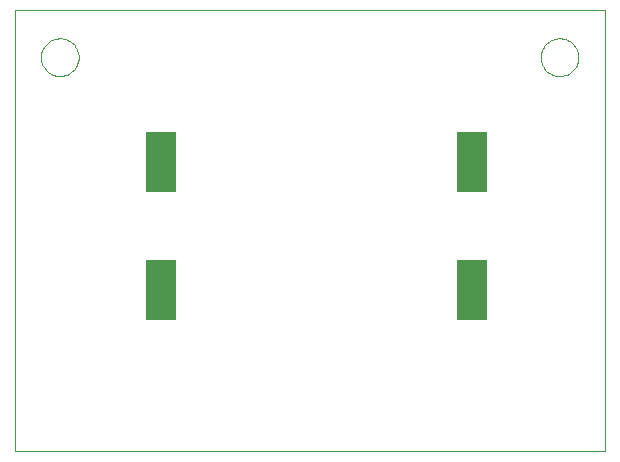
<source format=gbp>
G75*
%MOIN*%
%OFA0B0*%
%FSLAX24Y24*%
%IPPOS*%
%LPD*%
%AMOC8*
5,1,8,0,0,1.08239X$1,22.5*
%
%ADD10C,0.0000*%
%ADD11R,0.1000X0.2000*%
D10*
X000180Y000180D02*
X000180Y014865D01*
X019865Y014865D01*
X019865Y000180D01*
X000180Y000180D01*
X001050Y013305D02*
X001052Y013355D01*
X001058Y013405D01*
X001068Y013454D01*
X001082Y013502D01*
X001099Y013549D01*
X001120Y013594D01*
X001145Y013638D01*
X001173Y013679D01*
X001205Y013718D01*
X001239Y013755D01*
X001276Y013789D01*
X001316Y013819D01*
X001358Y013846D01*
X001402Y013870D01*
X001448Y013891D01*
X001495Y013907D01*
X001543Y013920D01*
X001593Y013929D01*
X001642Y013934D01*
X001693Y013935D01*
X001743Y013932D01*
X001792Y013925D01*
X001841Y013914D01*
X001889Y013899D01*
X001935Y013881D01*
X001980Y013859D01*
X002023Y013833D01*
X002064Y013804D01*
X002103Y013772D01*
X002139Y013737D01*
X002171Y013699D01*
X002201Y013659D01*
X002228Y013616D01*
X002251Y013572D01*
X002270Y013526D01*
X002286Y013478D01*
X002298Y013429D01*
X002306Y013380D01*
X002310Y013330D01*
X002310Y013280D01*
X002306Y013230D01*
X002298Y013181D01*
X002286Y013132D01*
X002270Y013084D01*
X002251Y013038D01*
X002228Y012994D01*
X002201Y012951D01*
X002171Y012911D01*
X002139Y012873D01*
X002103Y012838D01*
X002064Y012806D01*
X002023Y012777D01*
X001980Y012751D01*
X001935Y012729D01*
X001889Y012711D01*
X001841Y012696D01*
X001792Y012685D01*
X001743Y012678D01*
X001693Y012675D01*
X001642Y012676D01*
X001593Y012681D01*
X001543Y012690D01*
X001495Y012703D01*
X001448Y012719D01*
X001402Y012740D01*
X001358Y012764D01*
X001316Y012791D01*
X001276Y012821D01*
X001239Y012855D01*
X001205Y012892D01*
X001173Y012931D01*
X001145Y012972D01*
X001120Y013016D01*
X001099Y013061D01*
X001082Y013108D01*
X001068Y013156D01*
X001058Y013205D01*
X001052Y013255D01*
X001050Y013305D01*
X017710Y013305D02*
X017712Y013355D01*
X017718Y013405D01*
X017728Y013454D01*
X017742Y013502D01*
X017759Y013549D01*
X017780Y013594D01*
X017805Y013638D01*
X017833Y013679D01*
X017865Y013718D01*
X017899Y013755D01*
X017936Y013789D01*
X017976Y013819D01*
X018018Y013846D01*
X018062Y013870D01*
X018108Y013891D01*
X018155Y013907D01*
X018203Y013920D01*
X018253Y013929D01*
X018302Y013934D01*
X018353Y013935D01*
X018403Y013932D01*
X018452Y013925D01*
X018501Y013914D01*
X018549Y013899D01*
X018595Y013881D01*
X018640Y013859D01*
X018683Y013833D01*
X018724Y013804D01*
X018763Y013772D01*
X018799Y013737D01*
X018831Y013699D01*
X018861Y013659D01*
X018888Y013616D01*
X018911Y013572D01*
X018930Y013526D01*
X018946Y013478D01*
X018958Y013429D01*
X018966Y013380D01*
X018970Y013330D01*
X018970Y013280D01*
X018966Y013230D01*
X018958Y013181D01*
X018946Y013132D01*
X018930Y013084D01*
X018911Y013038D01*
X018888Y012994D01*
X018861Y012951D01*
X018831Y012911D01*
X018799Y012873D01*
X018763Y012838D01*
X018724Y012806D01*
X018683Y012777D01*
X018640Y012751D01*
X018595Y012729D01*
X018549Y012711D01*
X018501Y012696D01*
X018452Y012685D01*
X018403Y012678D01*
X018353Y012675D01*
X018302Y012676D01*
X018253Y012681D01*
X018203Y012690D01*
X018155Y012703D01*
X018108Y012719D01*
X018062Y012740D01*
X018018Y012764D01*
X017976Y012791D01*
X017936Y012821D01*
X017899Y012855D01*
X017865Y012892D01*
X017833Y012931D01*
X017805Y012972D01*
X017780Y013016D01*
X017759Y013061D01*
X017742Y013108D01*
X017728Y013156D01*
X017718Y013205D01*
X017712Y013255D01*
X017710Y013305D01*
D11*
X015430Y009805D03*
X015430Y005555D03*
X005055Y005555D03*
X005055Y009805D03*
M02*

</source>
